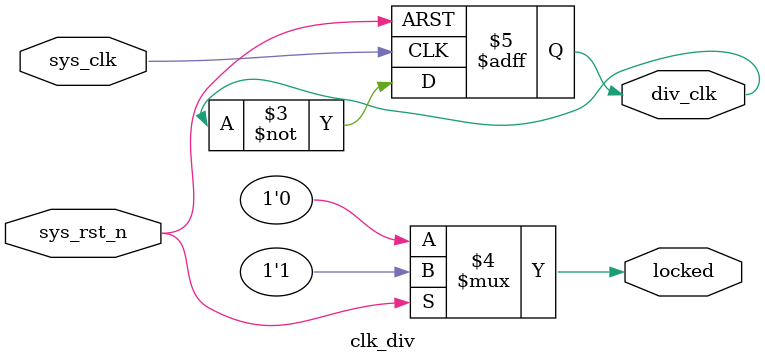
<source format=v>
module clk_div (
	input wire sys_clk, sys_rst_n,

	output wire locked,
    output reg div_clk
);

always @(posedge sys_clk or negedge sys_rst_n) begin
	if(!sys_rst_n)
	div_clk <= 1'b0;
	else
	div_clk <= ~div_clk;
end

assign locked = sys_rst_n ? 1'b1 : 1'b0;

endmodule
</source>
